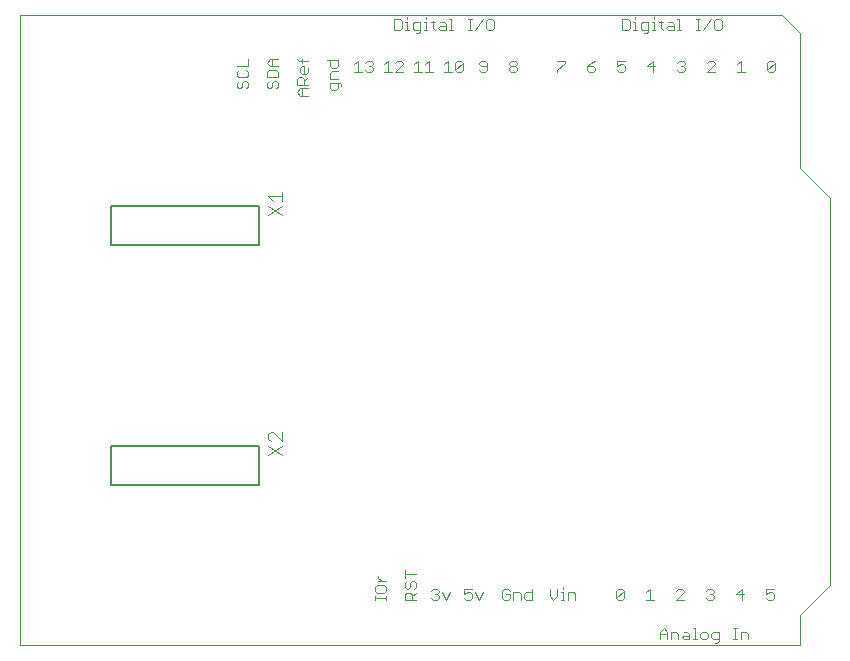
<source format=gto>
G75*
G70*
%OFA0B0*%
%FSLAX24Y24*%
%IPPOS*%
%LPD*%
%AMOC8*
5,1,8,0,0,1.08239X$1,22.5*
%
%ADD10C,0.0080*%
%ADD11C,0.0040*%
%ADD12C,0.0000*%
%ADD13C,0.0030*%
D10*
X003541Y005858D02*
X003541Y007142D01*
X008461Y007142D01*
X008461Y005858D01*
X003541Y005858D01*
X003541Y013858D02*
X003541Y015142D01*
X008461Y015142D01*
X008461Y013858D01*
X003541Y013858D01*
D11*
X008770Y014849D02*
X009230Y015156D01*
X009230Y015310D02*
X009230Y015617D01*
X009230Y015463D02*
X008770Y015463D01*
X008923Y015310D01*
X008770Y015156D02*
X009230Y014849D01*
X009230Y007617D02*
X009230Y007310D01*
X008923Y007617D01*
X008846Y007617D01*
X008770Y007540D01*
X008770Y007386D01*
X008846Y007310D01*
X008770Y007156D02*
X009230Y006849D01*
X009230Y007156D02*
X008770Y006849D01*
D12*
X000500Y000500D02*
X000500Y021500D01*
X025900Y021500D01*
X026500Y020900D01*
X026500Y016400D01*
X027500Y015400D01*
X027500Y002500D01*
X026500Y001500D01*
X026500Y000500D01*
X000500Y000500D01*
D13*
X012315Y002011D02*
X012315Y002134D01*
X012315Y002073D02*
X012685Y002073D01*
X012685Y002134D02*
X012685Y002011D01*
X012623Y002257D02*
X012376Y002257D01*
X012315Y002318D01*
X012315Y002442D01*
X012376Y002503D01*
X012623Y002503D01*
X012685Y002442D01*
X012685Y002318D01*
X012623Y002257D01*
X012562Y002625D02*
X012438Y002748D01*
X012438Y002810D01*
X012438Y002625D02*
X012685Y002625D01*
X013315Y002564D02*
X013315Y002441D01*
X013376Y002379D01*
X013438Y002379D01*
X013500Y002441D01*
X013500Y002564D01*
X013562Y002626D01*
X013623Y002626D01*
X013685Y002564D01*
X013685Y002441D01*
X013623Y002379D01*
X013685Y002258D02*
X013562Y002134D01*
X013562Y002196D02*
X013562Y002011D01*
X013685Y002011D02*
X013315Y002011D01*
X013315Y002196D01*
X013376Y002258D01*
X013500Y002258D01*
X013562Y002196D01*
X013315Y002564D02*
X013376Y002626D01*
X013315Y002748D02*
X013315Y002995D01*
X013315Y002871D02*
X013685Y002871D01*
X014197Y002324D02*
X014259Y002385D01*
X014382Y002385D01*
X014444Y002324D01*
X014444Y002262D01*
X014382Y002200D01*
X014444Y002138D01*
X014444Y002077D01*
X014382Y002015D01*
X014259Y002015D01*
X014197Y002077D01*
X014320Y002200D02*
X014382Y002200D01*
X014565Y002262D02*
X014689Y002015D01*
X014812Y002262D01*
X015297Y002200D02*
X015420Y002262D01*
X015482Y002262D01*
X015544Y002200D01*
X015544Y002077D01*
X015482Y002015D01*
X015359Y002015D01*
X015297Y002077D01*
X015297Y002200D02*
X015297Y002385D01*
X015544Y002385D01*
X015665Y002262D02*
X015789Y002015D01*
X015912Y002262D01*
X016569Y002324D02*
X016569Y002077D01*
X016631Y002015D01*
X016754Y002015D01*
X016816Y002077D01*
X016816Y002200D01*
X016692Y002200D01*
X016569Y002324D02*
X016631Y002385D01*
X016754Y002385D01*
X016816Y002324D01*
X016937Y002262D02*
X016937Y002015D01*
X016937Y002262D02*
X017122Y002262D01*
X017184Y002200D01*
X017184Y002015D01*
X017306Y002077D02*
X017306Y002200D01*
X017367Y002262D01*
X017552Y002262D01*
X017552Y002385D02*
X017552Y002015D01*
X017367Y002015D01*
X017306Y002077D01*
X018147Y002138D02*
X018270Y002015D01*
X018394Y002138D01*
X018394Y002385D01*
X018515Y002262D02*
X018577Y002262D01*
X018577Y002015D01*
X018515Y002015D02*
X018639Y002015D01*
X018761Y002015D02*
X018761Y002262D01*
X018946Y002262D01*
X019008Y002200D01*
X019008Y002015D01*
X018577Y002385D02*
X018577Y002447D01*
X018147Y002385D02*
X018147Y002138D01*
X020365Y002077D02*
X020612Y002324D01*
X020612Y002077D01*
X020550Y002015D01*
X020427Y002015D01*
X020365Y002077D01*
X020365Y002324D01*
X020427Y002385D01*
X020550Y002385D01*
X020612Y002324D01*
X021365Y002262D02*
X021488Y002385D01*
X021488Y002015D01*
X021365Y002015D02*
X021612Y002015D01*
X022365Y002015D02*
X022612Y002262D01*
X022612Y002324D01*
X022550Y002385D01*
X022427Y002385D01*
X022365Y002324D01*
X022365Y002015D02*
X022612Y002015D01*
X023365Y002077D02*
X023427Y002015D01*
X023550Y002015D01*
X023612Y002077D01*
X023612Y002138D01*
X023550Y002200D01*
X023488Y002200D01*
X023550Y002200D02*
X023612Y002262D01*
X023612Y002324D01*
X023550Y002385D01*
X023427Y002385D01*
X023365Y002324D01*
X024365Y002200D02*
X024612Y002200D01*
X024550Y002015D02*
X024550Y002385D01*
X024365Y002200D01*
X025365Y002200D02*
X025488Y002262D01*
X025550Y002262D01*
X025612Y002200D01*
X025612Y002077D01*
X025550Y002015D01*
X025427Y002015D01*
X025365Y002077D01*
X025365Y002200D02*
X025365Y002385D01*
X025612Y002385D01*
X024705Y000944D02*
X024520Y000944D01*
X024520Y000697D01*
X024398Y000697D02*
X024274Y000697D01*
X024336Y000697D02*
X024336Y001067D01*
X024274Y001067D02*
X024398Y001067D01*
X024705Y000944D02*
X024767Y000882D01*
X024767Y000697D01*
X023785Y000697D02*
X023599Y000697D01*
X023538Y000759D01*
X023538Y000882D01*
X023599Y000944D01*
X023785Y000944D01*
X023785Y000635D01*
X023723Y000574D01*
X023661Y000574D01*
X023416Y000759D02*
X023416Y000882D01*
X023355Y000944D01*
X023231Y000944D01*
X023169Y000882D01*
X023169Y000759D01*
X023231Y000697D01*
X023355Y000697D01*
X023416Y000759D01*
X023047Y000697D02*
X022924Y000697D01*
X022986Y000697D02*
X022986Y001067D01*
X022924Y001067D01*
X022741Y000944D02*
X022802Y000882D01*
X022802Y000697D01*
X022617Y000697D01*
X022556Y000759D01*
X022617Y000820D01*
X022802Y000820D01*
X022741Y000944D02*
X022617Y000944D01*
X022434Y000882D02*
X022434Y000697D01*
X022434Y000882D02*
X022372Y000944D01*
X022187Y000944D01*
X022187Y000697D01*
X022066Y000697D02*
X022066Y000944D01*
X021942Y001067D01*
X021819Y000944D01*
X021819Y000697D01*
X021819Y000882D02*
X022066Y000882D01*
X010085Y018815D02*
X009838Y018815D01*
X009715Y018938D01*
X009838Y019061D01*
X010085Y019061D01*
X010085Y019183D02*
X009715Y019183D01*
X009715Y019368D01*
X009776Y019430D01*
X009900Y019430D01*
X009962Y019368D01*
X009962Y019183D01*
X009962Y019306D02*
X010085Y019430D01*
X010023Y019551D02*
X009900Y019551D01*
X009838Y019613D01*
X009838Y019736D01*
X009900Y019798D01*
X009962Y019798D01*
X009962Y019551D01*
X010023Y019551D02*
X010085Y019613D01*
X010085Y019736D01*
X010085Y019981D02*
X009776Y019981D01*
X009715Y020043D01*
X009900Y020043D02*
X009900Y019919D01*
X010715Y019994D02*
X011085Y019994D01*
X011085Y019808D01*
X011023Y019747D01*
X010900Y019747D01*
X010838Y019808D01*
X010838Y019994D01*
X010900Y019625D02*
X011085Y019625D01*
X010900Y019625D02*
X010838Y019564D01*
X010838Y019378D01*
X011085Y019378D01*
X011085Y019257D02*
X011085Y019072D01*
X011023Y019010D01*
X010900Y019010D01*
X010838Y019072D01*
X010838Y019257D01*
X011147Y019257D01*
X011208Y019195D01*
X011208Y019133D01*
X011628Y019615D02*
X011875Y019615D01*
X011752Y019615D02*
X011752Y019985D01*
X011628Y019862D01*
X011997Y019924D02*
X012058Y019985D01*
X012182Y019985D01*
X012244Y019924D01*
X012244Y019862D01*
X012182Y019800D01*
X012244Y019738D01*
X012244Y019677D01*
X012182Y019615D01*
X012058Y019615D01*
X011997Y019677D01*
X012120Y019800D02*
X012182Y019800D01*
X012628Y019862D02*
X012752Y019985D01*
X012752Y019615D01*
X012875Y019615D02*
X012628Y019615D01*
X012997Y019615D02*
X013244Y019862D01*
X013244Y019924D01*
X013182Y019985D01*
X013058Y019985D01*
X012997Y019924D01*
X012997Y019615D02*
X013244Y019615D01*
X013628Y019615D02*
X013875Y019615D01*
X013997Y019615D02*
X014244Y019615D01*
X014120Y019615D02*
X014120Y019985D01*
X013997Y019862D01*
X013752Y019985D02*
X013752Y019615D01*
X013628Y019862D02*
X013752Y019985D01*
X014628Y019862D02*
X014752Y019985D01*
X014752Y019615D01*
X014875Y019615D02*
X014628Y019615D01*
X014997Y019677D02*
X015244Y019924D01*
X015244Y019677D01*
X015182Y019615D01*
X015058Y019615D01*
X014997Y019677D01*
X014997Y019924D01*
X015058Y019985D01*
X015182Y019985D01*
X015244Y019924D01*
X015797Y019924D02*
X015797Y019862D01*
X015858Y019800D01*
X016044Y019800D01*
X016044Y019677D02*
X015982Y019615D01*
X015858Y019615D01*
X015797Y019677D01*
X016044Y019677D02*
X016044Y019924D01*
X015982Y019985D01*
X015858Y019985D01*
X015797Y019924D01*
X016797Y019924D02*
X016797Y019862D01*
X016858Y019800D01*
X016982Y019800D01*
X017044Y019738D01*
X017044Y019677D01*
X016982Y019615D01*
X016858Y019615D01*
X016797Y019677D01*
X016797Y019738D01*
X016858Y019800D01*
X016982Y019800D02*
X017044Y019862D01*
X017044Y019924D01*
X016982Y019985D01*
X016858Y019985D01*
X016797Y019924D01*
X016219Y021015D02*
X016281Y021077D01*
X016281Y021324D01*
X016219Y021385D01*
X016096Y021385D01*
X016034Y021324D01*
X016034Y021077D01*
X016096Y021015D01*
X016219Y021015D01*
X015913Y021385D02*
X015666Y021015D01*
X015544Y021015D02*
X015420Y021015D01*
X015482Y021015D02*
X015482Y021385D01*
X015420Y021385D02*
X015544Y021385D01*
X014930Y021015D02*
X014807Y021015D01*
X014868Y021015D02*
X014868Y021385D01*
X014807Y021385D01*
X014623Y021262D02*
X014685Y021200D01*
X014685Y021015D01*
X014500Y021015D01*
X014438Y021077D01*
X014500Y021138D01*
X014685Y021138D01*
X014623Y021262D02*
X014500Y021262D01*
X014316Y021262D02*
X014193Y021262D01*
X014254Y021324D02*
X014254Y021077D01*
X014316Y021015D01*
X014071Y021015D02*
X013947Y021015D01*
X014009Y021015D02*
X014009Y021262D01*
X013947Y021262D01*
X013826Y021262D02*
X013641Y021262D01*
X013579Y021200D01*
X013579Y021077D01*
X013641Y021015D01*
X013826Y021015D01*
X013826Y020953D02*
X013764Y020892D01*
X013702Y020892D01*
X013826Y020953D02*
X013826Y021262D01*
X014009Y021385D02*
X014009Y021447D01*
X013395Y021447D02*
X013395Y021385D01*
X013395Y021262D02*
X013395Y021015D01*
X013333Y021015D02*
X013457Y021015D01*
X013212Y021077D02*
X013212Y021324D01*
X013150Y021385D01*
X012965Y021385D01*
X012965Y021015D01*
X013150Y021015D01*
X013212Y021077D01*
X013333Y021262D02*
X013395Y021262D01*
X009900Y019061D02*
X009900Y018815D01*
X009085Y019122D02*
X009023Y019060D01*
X009085Y019122D02*
X009085Y019245D01*
X009023Y019307D01*
X008962Y019307D01*
X008900Y019245D01*
X008900Y019122D01*
X008838Y019060D01*
X008776Y019060D01*
X008715Y019122D01*
X008715Y019245D01*
X008776Y019307D01*
X008715Y019428D02*
X008715Y019614D01*
X008776Y019675D01*
X009023Y019675D01*
X009085Y019614D01*
X009085Y019428D01*
X008715Y019428D01*
X008838Y019797D02*
X008715Y019920D01*
X008838Y020044D01*
X009085Y020044D01*
X008900Y020044D02*
X008900Y019797D01*
X008838Y019797D02*
X009085Y019797D01*
X008085Y019797D02*
X008085Y020044D01*
X008085Y019797D02*
X007715Y019797D01*
X007776Y019675D02*
X007715Y019614D01*
X007715Y019490D01*
X007776Y019428D01*
X008023Y019428D01*
X008085Y019490D01*
X008085Y019614D01*
X008023Y019675D01*
X008023Y019307D02*
X007962Y019307D01*
X007900Y019245D01*
X007900Y019122D01*
X007838Y019060D01*
X007776Y019060D01*
X007715Y019122D01*
X007715Y019245D01*
X007776Y019307D01*
X008023Y019307D02*
X008085Y019245D01*
X008085Y019122D01*
X008023Y019060D01*
X018397Y019615D02*
X018397Y019677D01*
X018644Y019924D01*
X018644Y019985D01*
X018397Y019985D01*
X019397Y019800D02*
X019397Y019677D01*
X019458Y019615D01*
X019582Y019615D01*
X019644Y019677D01*
X019644Y019738D01*
X019582Y019800D01*
X019397Y019800D01*
X019520Y019924D01*
X019644Y019985D01*
X020397Y019985D02*
X020397Y019800D01*
X020520Y019862D01*
X020582Y019862D01*
X020644Y019800D01*
X020644Y019677D01*
X020582Y019615D01*
X020458Y019615D01*
X020397Y019677D01*
X020397Y019985D02*
X020644Y019985D01*
X021397Y019800D02*
X021644Y019800D01*
X021582Y019615D02*
X021582Y019985D01*
X021397Y019800D01*
X022397Y019677D02*
X022458Y019615D01*
X022582Y019615D01*
X022644Y019677D01*
X022644Y019738D01*
X022582Y019800D01*
X022520Y019800D01*
X022582Y019800D02*
X022644Y019862D01*
X022644Y019924D01*
X022582Y019985D01*
X022458Y019985D01*
X022397Y019924D01*
X023397Y019924D02*
X023458Y019985D01*
X023582Y019985D01*
X023644Y019924D01*
X023644Y019862D01*
X023397Y019615D01*
X023644Y019615D01*
X024397Y019615D02*
X024644Y019615D01*
X024520Y019615D02*
X024520Y019985D01*
X024397Y019862D01*
X025397Y019924D02*
X025397Y019677D01*
X025644Y019924D01*
X025644Y019677D01*
X025582Y019615D01*
X025458Y019615D01*
X025397Y019677D01*
X025397Y019924D02*
X025458Y019985D01*
X025582Y019985D01*
X025644Y019924D01*
X023881Y021077D02*
X023881Y021324D01*
X023819Y021385D01*
X023696Y021385D01*
X023634Y021324D01*
X023634Y021077D01*
X023696Y021015D01*
X023819Y021015D01*
X023881Y021077D01*
X023513Y021385D02*
X023266Y021015D01*
X023144Y021015D02*
X023020Y021015D01*
X023082Y021015D02*
X023082Y021385D01*
X023020Y021385D02*
X023144Y021385D01*
X022468Y021385D02*
X022468Y021015D01*
X022407Y021015D02*
X022530Y021015D01*
X022285Y021015D02*
X022100Y021015D01*
X022038Y021077D01*
X022100Y021138D01*
X022285Y021138D01*
X022285Y021200D02*
X022285Y021015D01*
X022285Y021200D02*
X022223Y021262D01*
X022100Y021262D01*
X021916Y021262D02*
X021793Y021262D01*
X021854Y021324D02*
X021854Y021077D01*
X021916Y021015D01*
X021671Y021015D02*
X021547Y021015D01*
X021609Y021015D02*
X021609Y021262D01*
X021547Y021262D01*
X021426Y021262D02*
X021241Y021262D01*
X021179Y021200D01*
X021179Y021077D01*
X021241Y021015D01*
X021426Y021015D01*
X021426Y020953D02*
X021426Y021262D01*
X021609Y021385D02*
X021609Y021447D01*
X020995Y021447D02*
X020995Y021385D01*
X020995Y021262D02*
X020995Y021015D01*
X020933Y021015D02*
X021057Y021015D01*
X020812Y021077D02*
X020812Y021324D01*
X020750Y021385D01*
X020565Y021385D01*
X020565Y021015D01*
X020750Y021015D01*
X020812Y021077D01*
X020933Y021262D02*
X020995Y021262D01*
X021302Y020892D02*
X021364Y020892D01*
X021426Y020953D01*
X022407Y021385D02*
X022468Y021385D01*
M02*

</source>
